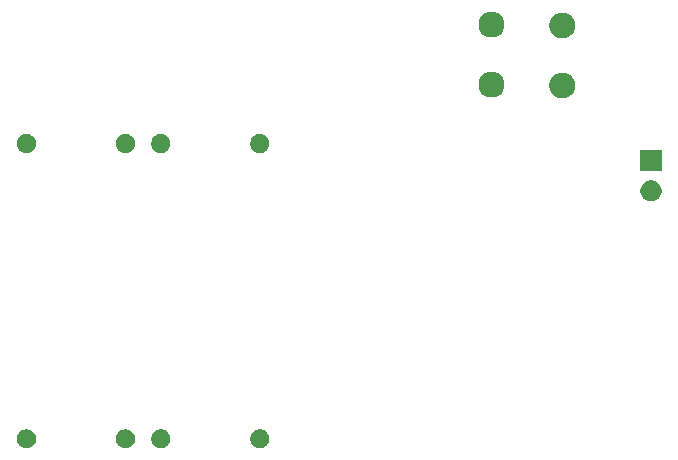
<source format=gbr>
G04 #@! TF.GenerationSoftware,KiCad,Pcbnew,(5.1.5)-3*
G04 #@! TF.CreationDate,2020-03-21T22:09:17-04:00*
G04 #@! TF.ProjectId,GP PSU Filter,47502050-5355-4204-9669-6c7465722e6b,rev?*
G04 #@! TF.SameCoordinates,Original*
G04 #@! TF.FileFunction,Soldermask,Bot*
G04 #@! TF.FilePolarity,Negative*
%FSLAX46Y46*%
G04 Gerber Fmt 4.6, Leading zero omitted, Abs format (unit mm)*
G04 Created by KiCad (PCBNEW (5.1.5)-3) date 2020-03-21 22:09:17*
%MOMM*%
%LPD*%
G04 APERTURE LIST*
%ADD10C,0.100000*%
G04 APERTURE END LIST*
D10*
G36*
X112237142Y-99218242D02*
G01*
X112385101Y-99279529D01*
X112518255Y-99368499D01*
X112631501Y-99481745D01*
X112720471Y-99614899D01*
X112781758Y-99762858D01*
X112813000Y-99919925D01*
X112813000Y-100080075D01*
X112781758Y-100237142D01*
X112720471Y-100385101D01*
X112631501Y-100518255D01*
X112518255Y-100631501D01*
X112385101Y-100720471D01*
X112237142Y-100781758D01*
X112080075Y-100813000D01*
X111919925Y-100813000D01*
X111762858Y-100781758D01*
X111614899Y-100720471D01*
X111481745Y-100631501D01*
X111368499Y-100518255D01*
X111279529Y-100385101D01*
X111218242Y-100237142D01*
X111187000Y-100080075D01*
X111187000Y-99919925D01*
X111218242Y-99762858D01*
X111279529Y-99614899D01*
X111368499Y-99481745D01*
X111481745Y-99368499D01*
X111614899Y-99279529D01*
X111762858Y-99218242D01*
X111919925Y-99187000D01*
X112080075Y-99187000D01*
X112237142Y-99218242D01*
G37*
G36*
X109237142Y-99218242D02*
G01*
X109385101Y-99279529D01*
X109518255Y-99368499D01*
X109631501Y-99481745D01*
X109720471Y-99614899D01*
X109781758Y-99762858D01*
X109813000Y-99919925D01*
X109813000Y-100080075D01*
X109781758Y-100237142D01*
X109720471Y-100385101D01*
X109631501Y-100518255D01*
X109518255Y-100631501D01*
X109385101Y-100720471D01*
X109237142Y-100781758D01*
X109080075Y-100813000D01*
X108919925Y-100813000D01*
X108762858Y-100781758D01*
X108614899Y-100720471D01*
X108481745Y-100631501D01*
X108368499Y-100518255D01*
X108279529Y-100385101D01*
X108218242Y-100237142D01*
X108187000Y-100080075D01*
X108187000Y-99919925D01*
X108218242Y-99762858D01*
X108279529Y-99614899D01*
X108368499Y-99481745D01*
X108481745Y-99368499D01*
X108614899Y-99279529D01*
X108762858Y-99218242D01*
X108919925Y-99187000D01*
X109080075Y-99187000D01*
X109237142Y-99218242D01*
G37*
G36*
X100855142Y-99218242D02*
G01*
X101003101Y-99279529D01*
X101136255Y-99368499D01*
X101249501Y-99481745D01*
X101338471Y-99614899D01*
X101399758Y-99762858D01*
X101431000Y-99919925D01*
X101431000Y-100080075D01*
X101399758Y-100237142D01*
X101338471Y-100385101D01*
X101249501Y-100518255D01*
X101136255Y-100631501D01*
X101003101Y-100720471D01*
X100855142Y-100781758D01*
X100698075Y-100813000D01*
X100537925Y-100813000D01*
X100380858Y-100781758D01*
X100232899Y-100720471D01*
X100099745Y-100631501D01*
X99986499Y-100518255D01*
X99897529Y-100385101D01*
X99836242Y-100237142D01*
X99805000Y-100080075D01*
X99805000Y-99919925D01*
X99836242Y-99762858D01*
X99897529Y-99614899D01*
X99986499Y-99481745D01*
X100099745Y-99368499D01*
X100232899Y-99279529D01*
X100380858Y-99218242D01*
X100537925Y-99187000D01*
X100698075Y-99187000D01*
X100855142Y-99218242D01*
G37*
G36*
X120619142Y-99218242D02*
G01*
X120767101Y-99279529D01*
X120900255Y-99368499D01*
X121013501Y-99481745D01*
X121102471Y-99614899D01*
X121163758Y-99762858D01*
X121195000Y-99919925D01*
X121195000Y-100080075D01*
X121163758Y-100237142D01*
X121102471Y-100385101D01*
X121013501Y-100518255D01*
X120900255Y-100631501D01*
X120767101Y-100720471D01*
X120619142Y-100781758D01*
X120462075Y-100813000D01*
X120301925Y-100813000D01*
X120144858Y-100781758D01*
X119996899Y-100720471D01*
X119863745Y-100631501D01*
X119750499Y-100518255D01*
X119661529Y-100385101D01*
X119600242Y-100237142D01*
X119569000Y-100080075D01*
X119569000Y-99919925D01*
X119600242Y-99762858D01*
X119661529Y-99614899D01*
X119750499Y-99481745D01*
X119863745Y-99368499D01*
X119996899Y-99279529D01*
X120144858Y-99218242D01*
X120301925Y-99187000D01*
X120462075Y-99187000D01*
X120619142Y-99218242D01*
G37*
G36*
X153613512Y-78103927D02*
G01*
X153762812Y-78133624D01*
X153926784Y-78201544D01*
X154074354Y-78300147D01*
X154199853Y-78425646D01*
X154298456Y-78573216D01*
X154366376Y-78737188D01*
X154401000Y-78911259D01*
X154401000Y-79088741D01*
X154366376Y-79262812D01*
X154298456Y-79426784D01*
X154199853Y-79574354D01*
X154074354Y-79699853D01*
X153926784Y-79798456D01*
X153762812Y-79866376D01*
X153613512Y-79896073D01*
X153588742Y-79901000D01*
X153411258Y-79901000D01*
X153386488Y-79896073D01*
X153237188Y-79866376D01*
X153073216Y-79798456D01*
X152925646Y-79699853D01*
X152800147Y-79574354D01*
X152701544Y-79426784D01*
X152633624Y-79262812D01*
X152599000Y-79088741D01*
X152599000Y-78911259D01*
X152633624Y-78737188D01*
X152701544Y-78573216D01*
X152800147Y-78425646D01*
X152925646Y-78300147D01*
X153073216Y-78201544D01*
X153237188Y-78133624D01*
X153386488Y-78103927D01*
X153411258Y-78099000D01*
X153588742Y-78099000D01*
X153613512Y-78103927D01*
G37*
G36*
X154401000Y-77361000D02*
G01*
X152599000Y-77361000D01*
X152599000Y-75559000D01*
X154401000Y-75559000D01*
X154401000Y-77361000D01*
G37*
G36*
X112237142Y-74218242D02*
G01*
X112385101Y-74279529D01*
X112518255Y-74368499D01*
X112631501Y-74481745D01*
X112720471Y-74614899D01*
X112781758Y-74762858D01*
X112813000Y-74919925D01*
X112813000Y-75080075D01*
X112781758Y-75237142D01*
X112720471Y-75385101D01*
X112631501Y-75518255D01*
X112518255Y-75631501D01*
X112385101Y-75720471D01*
X112237142Y-75781758D01*
X112080075Y-75813000D01*
X111919925Y-75813000D01*
X111762858Y-75781758D01*
X111614899Y-75720471D01*
X111481745Y-75631501D01*
X111368499Y-75518255D01*
X111279529Y-75385101D01*
X111218242Y-75237142D01*
X111187000Y-75080075D01*
X111187000Y-74919925D01*
X111218242Y-74762858D01*
X111279529Y-74614899D01*
X111368499Y-74481745D01*
X111481745Y-74368499D01*
X111614899Y-74279529D01*
X111762858Y-74218242D01*
X111919925Y-74187000D01*
X112080075Y-74187000D01*
X112237142Y-74218242D01*
G37*
G36*
X109237142Y-74218242D02*
G01*
X109385101Y-74279529D01*
X109518255Y-74368499D01*
X109631501Y-74481745D01*
X109720471Y-74614899D01*
X109781758Y-74762858D01*
X109813000Y-74919925D01*
X109813000Y-75080075D01*
X109781758Y-75237142D01*
X109720471Y-75385101D01*
X109631501Y-75518255D01*
X109518255Y-75631501D01*
X109385101Y-75720471D01*
X109237142Y-75781758D01*
X109080075Y-75813000D01*
X108919925Y-75813000D01*
X108762858Y-75781758D01*
X108614899Y-75720471D01*
X108481745Y-75631501D01*
X108368499Y-75518255D01*
X108279529Y-75385101D01*
X108218242Y-75237142D01*
X108187000Y-75080075D01*
X108187000Y-74919925D01*
X108218242Y-74762858D01*
X108279529Y-74614899D01*
X108368499Y-74481745D01*
X108481745Y-74368499D01*
X108614899Y-74279529D01*
X108762858Y-74218242D01*
X108919925Y-74187000D01*
X109080075Y-74187000D01*
X109237142Y-74218242D01*
G37*
G36*
X100855142Y-74218242D02*
G01*
X101003101Y-74279529D01*
X101136255Y-74368499D01*
X101249501Y-74481745D01*
X101338471Y-74614899D01*
X101399758Y-74762858D01*
X101431000Y-74919925D01*
X101431000Y-75080075D01*
X101399758Y-75237142D01*
X101338471Y-75385101D01*
X101249501Y-75518255D01*
X101136255Y-75631501D01*
X101003101Y-75720471D01*
X100855142Y-75781758D01*
X100698075Y-75813000D01*
X100537925Y-75813000D01*
X100380858Y-75781758D01*
X100232899Y-75720471D01*
X100099745Y-75631501D01*
X99986499Y-75518255D01*
X99897529Y-75385101D01*
X99836242Y-75237142D01*
X99805000Y-75080075D01*
X99805000Y-74919925D01*
X99836242Y-74762858D01*
X99897529Y-74614899D01*
X99986499Y-74481745D01*
X100099745Y-74368499D01*
X100232899Y-74279529D01*
X100380858Y-74218242D01*
X100537925Y-74187000D01*
X100698075Y-74187000D01*
X100855142Y-74218242D01*
G37*
G36*
X120619142Y-74218242D02*
G01*
X120767101Y-74279529D01*
X120900255Y-74368499D01*
X121013501Y-74481745D01*
X121102471Y-74614899D01*
X121163758Y-74762858D01*
X121195000Y-74919925D01*
X121195000Y-75080075D01*
X121163758Y-75237142D01*
X121102471Y-75385101D01*
X121013501Y-75518255D01*
X120900255Y-75631501D01*
X120767101Y-75720471D01*
X120619142Y-75781758D01*
X120462075Y-75813000D01*
X120301925Y-75813000D01*
X120144858Y-75781758D01*
X119996899Y-75720471D01*
X119863745Y-75631501D01*
X119750499Y-75518255D01*
X119661529Y-75385101D01*
X119600242Y-75237142D01*
X119569000Y-75080075D01*
X119569000Y-74919925D01*
X119600242Y-74762858D01*
X119661529Y-74614899D01*
X119750499Y-74481745D01*
X119863745Y-74368499D01*
X119996899Y-74279529D01*
X120144858Y-74218242D01*
X120301925Y-74187000D01*
X120462075Y-74187000D01*
X120619142Y-74218242D01*
G37*
G36*
X146318641Y-69029580D02*
G01*
X146517446Y-69111927D01*
X146696365Y-69231477D01*
X146848523Y-69383635D01*
X146968073Y-69562554D01*
X147050420Y-69761359D01*
X147092400Y-69972408D01*
X147092400Y-70187592D01*
X147050420Y-70398641D01*
X146968073Y-70597446D01*
X146848523Y-70776365D01*
X146696365Y-70928523D01*
X146517446Y-71048073D01*
X146318641Y-71130420D01*
X146213116Y-71151410D01*
X146107593Y-71172400D01*
X145892407Y-71172400D01*
X145786884Y-71151410D01*
X145681359Y-71130420D01*
X145482554Y-71048073D01*
X145303635Y-70928523D01*
X145151477Y-70776365D01*
X145031927Y-70597446D01*
X144949580Y-70398641D01*
X144907600Y-70187592D01*
X144907600Y-69972408D01*
X144949580Y-69761359D01*
X145031927Y-69562554D01*
X145151477Y-69383635D01*
X145303635Y-69231477D01*
X145482554Y-69111927D01*
X145681359Y-69029580D01*
X145892407Y-68987600D01*
X146107593Y-68987600D01*
X146318641Y-69029580D01*
G37*
G36*
X140318641Y-68949580D02*
G01*
X140517446Y-69031927D01*
X140696365Y-69151477D01*
X140848523Y-69303635D01*
X140968073Y-69482554D01*
X141050420Y-69681359D01*
X141092400Y-69892408D01*
X141092400Y-70107592D01*
X141050420Y-70318641D01*
X140968073Y-70517446D01*
X140848523Y-70696365D01*
X140696365Y-70848523D01*
X140517446Y-70968073D01*
X140318641Y-71050420D01*
X140107593Y-71092400D01*
X139892407Y-71092400D01*
X139681359Y-71050420D01*
X139482554Y-70968073D01*
X139303635Y-70848523D01*
X139151477Y-70696365D01*
X139031927Y-70517446D01*
X138949580Y-70318641D01*
X138907600Y-70107592D01*
X138907600Y-69892408D01*
X138949580Y-69681359D01*
X139031927Y-69482554D01*
X139151477Y-69303635D01*
X139303635Y-69151477D01*
X139482554Y-69031927D01*
X139681359Y-68949580D01*
X139892407Y-68907600D01*
X140107593Y-68907600D01*
X140318641Y-68949580D01*
G37*
G36*
X146213116Y-63928590D02*
G01*
X146318641Y-63949580D01*
X146517446Y-64031927D01*
X146696365Y-64151477D01*
X146848523Y-64303635D01*
X146968073Y-64482554D01*
X147050420Y-64681359D01*
X147092400Y-64892408D01*
X147092400Y-65107592D01*
X147050420Y-65318641D01*
X146968073Y-65517446D01*
X146848523Y-65696365D01*
X146696365Y-65848523D01*
X146517446Y-65968073D01*
X146318641Y-66050420D01*
X146107593Y-66092400D01*
X145892407Y-66092400D01*
X145681359Y-66050420D01*
X145482554Y-65968073D01*
X145303635Y-65848523D01*
X145151477Y-65696365D01*
X145031927Y-65517446D01*
X144949580Y-65318641D01*
X144907600Y-65107592D01*
X144907600Y-64892408D01*
X144949580Y-64681359D01*
X145031927Y-64482554D01*
X145151477Y-64303635D01*
X145303635Y-64151477D01*
X145482554Y-64031927D01*
X145681359Y-63949580D01*
X145786884Y-63928590D01*
X145892407Y-63907600D01*
X146107593Y-63907600D01*
X146213116Y-63928590D01*
G37*
G36*
X140213116Y-63848590D02*
G01*
X140318641Y-63869580D01*
X140517446Y-63951927D01*
X140696365Y-64071477D01*
X140848523Y-64223635D01*
X140968073Y-64402554D01*
X141050420Y-64601359D01*
X141092400Y-64812408D01*
X141092400Y-65027592D01*
X141050420Y-65238641D01*
X140968073Y-65437446D01*
X140848523Y-65616365D01*
X140696365Y-65768523D01*
X140517446Y-65888073D01*
X140318641Y-65970420D01*
X140107593Y-66012400D01*
X139892407Y-66012400D01*
X139681359Y-65970420D01*
X139482554Y-65888073D01*
X139303635Y-65768523D01*
X139151477Y-65616365D01*
X139031927Y-65437446D01*
X138949580Y-65238641D01*
X138907600Y-65027592D01*
X138907600Y-64812408D01*
X138949580Y-64601359D01*
X139031927Y-64402554D01*
X139151477Y-64223635D01*
X139303635Y-64071477D01*
X139482554Y-63951927D01*
X139681359Y-63869580D01*
X139786884Y-63848590D01*
X139892407Y-63827600D01*
X140107593Y-63827600D01*
X140213116Y-63848590D01*
G37*
M02*

</source>
